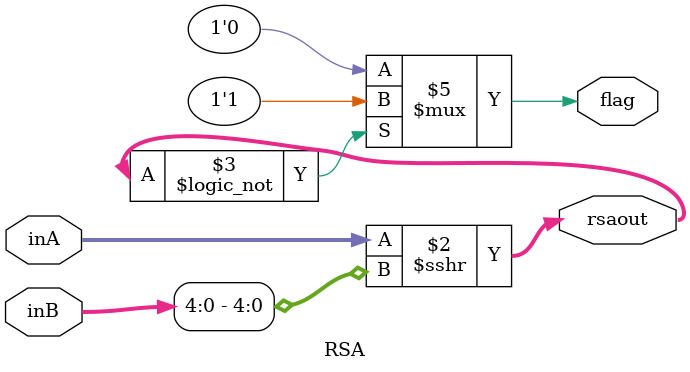
<source format=v>
`timescale 1ns / 1ps


module RSA(inA, inB, rsaout, flag);
    input [31:0] inA;
    input [31:0] inB;
    output reg [31:0] rsaout;
    output reg flag;
    
    always@(*) begin
        rsaout = $signed(inA)>>>inB[4:0];
        if(rsaout==0)
            flag = 1;
        else
            flag = 0;
    end
endmodule
</source>
